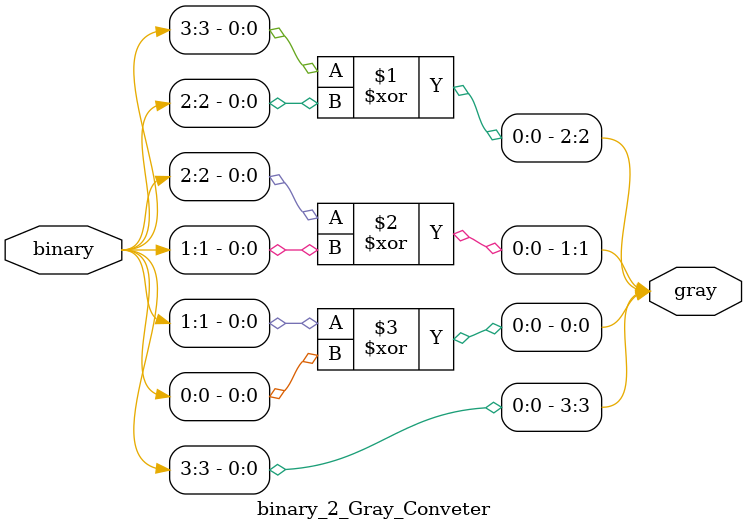
<source format=v>
`timescale 1ns / 1ps

module binary_2_Gray_Conveter(binary,gray);

input [3:0]binary;
output [3:0]gray;

assign gray[3] = binary[3];

xor g1(gray[2],binary[3],binary[2]);
xor g2(gray[1],binary[2],binary[1]);
xor g3(gray[0],binary[1],binary[0]);

endmodule

</source>
